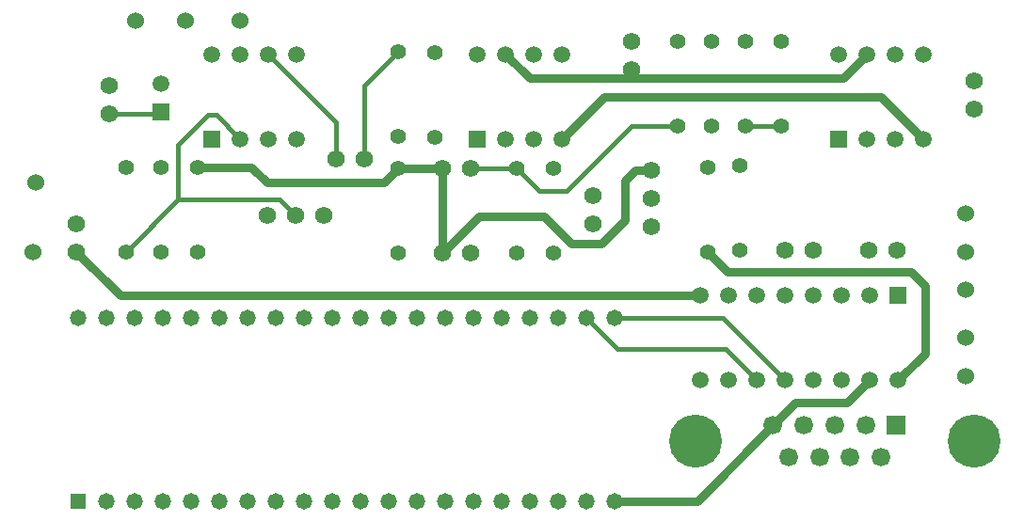
<source format=gbl>
G04*
G04 #@! TF.GenerationSoftware,Altium Limited,Altium Designer,18.0.7 (293)*
G04*
G04 Layer_Physical_Order=2*
G04 Layer_Color=16711680*
%FSLAX25Y25*%
%MOIN*%
G70*
G01*
G75*
%ADD30C,0.03000*%
%ADD31C,0.01500*%
%ADD32C,0.06000*%
%ADD33C,0.05512*%
%ADD34C,0.05906*%
%ADD35R,0.05906X0.05906*%
%ADD36C,0.05800*%
%ADD37R,0.05800X0.05800*%
%ADD38C,0.05906*%
%ADD39R,0.05906X0.05906*%
%ADD40C,0.06200*%
%ADD41C,0.18740*%
%ADD42R,0.06653X0.06653*%
%ADD43C,0.06653*%
D30*
X250697Y22000D02*
X277689Y48992D01*
X221500Y22000D02*
X250697D01*
X74000Y140500D02*
X93000D01*
X98500Y135000D01*
X140000D01*
X145000Y140000D01*
X160500D01*
X191500Y172000D02*
X302500D01*
X311000Y180500D01*
X183000D02*
X191500Y172000D01*
X226047Y173547D02*
X227500Y175000D01*
X229000Y139500D02*
X234500D01*
X225188Y121647D02*
Y135688D01*
X229000Y139500D01*
X316000Y165500D02*
X331000Y150500D01*
X218000Y165500D02*
X316000D01*
X203000Y150500D02*
X218000Y165500D01*
X160500Y110041D02*
X173459Y123000D01*
X196554D01*
X206154Y113400D01*
X216941D01*
X225188Y121647D01*
X160500Y110041D02*
Y140000D01*
X322000Y65000D02*
X331500Y74500D01*
Y98500D01*
X326500Y103500D02*
X331500Y98500D01*
X261500Y103500D02*
X326500D01*
X254500Y110500D02*
X261500Y103500D01*
X160500Y110000D02*
Y110041D01*
X46500Y95000D02*
X252000D01*
X31000Y110500D02*
X46500Y95000D01*
X285610Y56913D02*
X303913D01*
X312000Y65000D01*
X277689Y48992D02*
X285610Y56913D01*
D31*
X80500Y159000D02*
X89000Y150500D01*
X77500Y159000D02*
X80500D01*
X67000Y148500D02*
X77500Y159000D01*
X195000Y132000D02*
X204506D01*
X187000Y140000D02*
X195000Y132000D01*
X268000Y155000D02*
X280500D01*
X170500Y140000D02*
X187000D01*
X103000Y129000D02*
X108500Y123500D01*
X67000Y129000D02*
X103000D01*
X48500Y110500D02*
X67000Y129000D01*
Y148500D01*
X123000Y143500D02*
Y156500D01*
X99000Y180500D02*
X123000Y156500D01*
X133000Y143500D02*
Y169500D01*
X145000Y181500D01*
X222490Y76010D02*
X260990D01*
X272000Y65000D01*
X211500Y87000D02*
X222490Y76010D01*
X221500Y87000D02*
X260000D01*
X282000Y65000D01*
X204506Y132000D02*
X227506Y155000D01*
X244000D01*
X60500Y159500D02*
X61000Y160000D01*
X42500Y159500D02*
X60500D01*
D32*
X346000Y66500D02*
D03*
Y80000D02*
D03*
X52000Y192500D02*
D03*
X69500D02*
D03*
X89000D02*
D03*
X16500Y135000D02*
D03*
X15500Y110500D02*
D03*
X346000Y124000D02*
D03*
Y97000D02*
D03*
Y110500D02*
D03*
D33*
X74000D02*
D03*
Y140500D02*
D03*
X266000Y111000D02*
D03*
Y141000D02*
D03*
X280500Y185000D02*
D03*
Y155000D02*
D03*
X268000D02*
D03*
Y185000D02*
D03*
X256000Y155000D02*
D03*
Y185000D02*
D03*
X244000Y155000D02*
D03*
Y185000D02*
D03*
X254500Y110500D02*
D03*
Y140500D02*
D03*
X187000Y140000D02*
D03*
Y110000D02*
D03*
X200000D02*
D03*
Y140000D02*
D03*
X145000Y110000D02*
D03*
Y140000D02*
D03*
X158000Y151000D02*
D03*
Y181000D02*
D03*
X145000Y151500D02*
D03*
Y181500D02*
D03*
X48500Y110500D02*
D03*
Y140500D02*
D03*
X61000Y110500D02*
D03*
Y140500D02*
D03*
D34*
X252000Y65000D02*
D03*
X262000D02*
D03*
X272000D02*
D03*
X282000D02*
D03*
X292000D02*
D03*
X302000D02*
D03*
X312000D02*
D03*
X322000D02*
D03*
X252000Y95000D02*
D03*
X262000D02*
D03*
X272000D02*
D03*
X282000D02*
D03*
X292000D02*
D03*
X302000D02*
D03*
X312000D02*
D03*
X61000Y170000D02*
D03*
D35*
X322000Y95000D02*
D03*
X61000Y160000D02*
D03*
D36*
X221500Y87000D02*
D03*
X211500D02*
D03*
X201500D02*
D03*
X191500D02*
D03*
X181500D02*
D03*
X171500D02*
D03*
X161500D02*
D03*
X151500D02*
D03*
X141500D02*
D03*
X131500D02*
D03*
X121500D02*
D03*
X111500D02*
D03*
X101500D02*
D03*
X91500D02*
D03*
X81500D02*
D03*
X71500D02*
D03*
X61500D02*
D03*
X51500D02*
D03*
X41500D02*
D03*
X31500D02*
D03*
X221500Y22000D02*
D03*
X211500D02*
D03*
X201500D02*
D03*
X191500D02*
D03*
X181500D02*
D03*
X171500D02*
D03*
X161500D02*
D03*
X151500D02*
D03*
X141500D02*
D03*
X131500D02*
D03*
X121500D02*
D03*
X111500D02*
D03*
X101500D02*
D03*
X91500D02*
D03*
X81500D02*
D03*
X71500D02*
D03*
X61500D02*
D03*
X51500D02*
D03*
X41500D02*
D03*
D37*
X31500D02*
D03*
D38*
X331000Y180500D02*
D03*
X321000D02*
D03*
X311000D02*
D03*
X301000D02*
D03*
X331000Y150500D02*
D03*
X321000D02*
D03*
X311000D02*
D03*
X203000Y180500D02*
D03*
X193000D02*
D03*
X183000D02*
D03*
X173000D02*
D03*
X203000Y150500D02*
D03*
X193000D02*
D03*
X183000D02*
D03*
X109000Y180500D02*
D03*
X99000D02*
D03*
X89000D02*
D03*
X79000D02*
D03*
X109000Y150500D02*
D03*
X99000D02*
D03*
X89000D02*
D03*
D39*
X301000D02*
D03*
X173000D02*
D03*
X79000D02*
D03*
D40*
X234500Y119500D02*
D03*
Y129500D02*
D03*
Y139500D02*
D03*
X98500Y123500D02*
D03*
X108500D02*
D03*
X118500D02*
D03*
X227500Y175000D02*
D03*
Y185000D02*
D03*
X349000Y161000D02*
D03*
Y171000D02*
D03*
X31000Y120500D02*
D03*
Y110500D02*
D03*
X321500Y111000D02*
D03*
X311500D02*
D03*
X292000D02*
D03*
X282000D02*
D03*
X170500Y140000D02*
D03*
X160500D02*
D03*
X170500Y110000D02*
D03*
X160500D02*
D03*
X214000Y120500D02*
D03*
Y130500D02*
D03*
X133000Y143500D02*
D03*
X123000D02*
D03*
X42500Y169500D02*
D03*
Y159500D02*
D03*
D41*
X250307Y43402D02*
D03*
X348693D02*
D03*
D42*
X321311Y48992D02*
D03*
D43*
X315858Y37811D02*
D03*
X310405Y48992D02*
D03*
X304953Y37811D02*
D03*
X299500Y48992D02*
D03*
X294047Y37811D02*
D03*
X288595Y48992D02*
D03*
X283142Y37811D02*
D03*
X277689Y48992D02*
D03*
M02*

</source>
